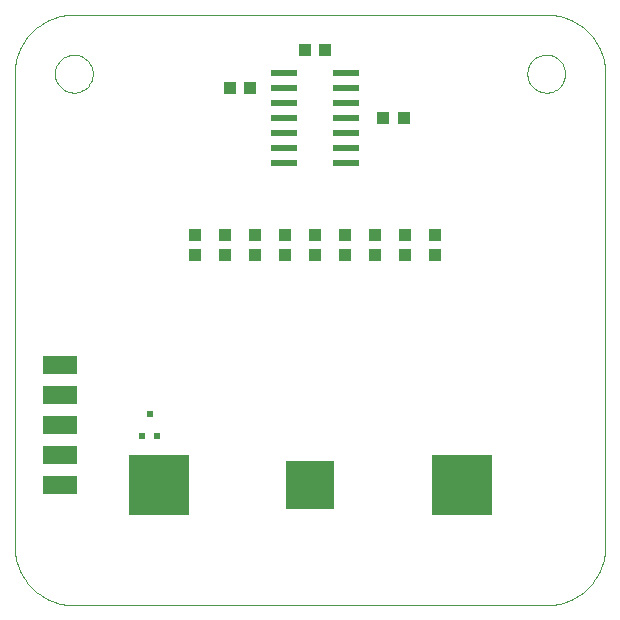
<source format=gbp>
G75*
G70*
%OFA0B0*%
%FSLAX24Y24*%
%IPPOS*%
%LPD*%
%AMOC8*
5,1,8,0,0,1.08239X$1,22.5*
%
%ADD10C,0.0000*%
%ADD11R,0.0433X0.0394*%
%ADD12R,0.1600X0.1600*%
%ADD13R,0.2000X0.2000*%
%ADD14R,0.0870X0.0240*%
%ADD15R,0.0394X0.0433*%
%ADD16R,0.0236X0.0217*%
%ADD17R,0.1181X0.0591*%
D10*
X000655Y002624D02*
X000655Y018372D01*
X001994Y018372D02*
X001996Y018422D01*
X002002Y018472D01*
X002012Y018521D01*
X002026Y018569D01*
X002043Y018616D01*
X002064Y018661D01*
X002089Y018705D01*
X002117Y018746D01*
X002149Y018785D01*
X002183Y018822D01*
X002220Y018856D01*
X002260Y018886D01*
X002302Y018913D01*
X002346Y018937D01*
X002392Y018958D01*
X002439Y018974D01*
X002487Y018987D01*
X002537Y018996D01*
X002586Y019001D01*
X002637Y019002D01*
X002687Y018999D01*
X002736Y018992D01*
X002785Y018981D01*
X002833Y018966D01*
X002879Y018948D01*
X002924Y018926D01*
X002967Y018900D01*
X003008Y018871D01*
X003047Y018839D01*
X003083Y018804D01*
X003115Y018766D01*
X003145Y018726D01*
X003172Y018683D01*
X003195Y018639D01*
X003214Y018593D01*
X003230Y018545D01*
X003242Y018496D01*
X003250Y018447D01*
X003254Y018397D01*
X003254Y018347D01*
X003250Y018297D01*
X003242Y018248D01*
X003230Y018199D01*
X003214Y018151D01*
X003195Y018105D01*
X003172Y018061D01*
X003145Y018018D01*
X003115Y017978D01*
X003083Y017940D01*
X003047Y017905D01*
X003008Y017873D01*
X002967Y017844D01*
X002924Y017818D01*
X002879Y017796D01*
X002833Y017778D01*
X002785Y017763D01*
X002736Y017752D01*
X002687Y017745D01*
X002637Y017742D01*
X002586Y017743D01*
X002537Y017748D01*
X002487Y017757D01*
X002439Y017770D01*
X002392Y017786D01*
X002346Y017807D01*
X002302Y017831D01*
X002260Y017858D01*
X002220Y017888D01*
X002183Y017922D01*
X002149Y017959D01*
X002117Y017998D01*
X002089Y018039D01*
X002064Y018083D01*
X002043Y018128D01*
X002026Y018175D01*
X002012Y018223D01*
X002002Y018272D01*
X001996Y018322D01*
X001994Y018372D01*
X000655Y018372D02*
X000657Y018466D01*
X000664Y018559D01*
X000675Y018652D01*
X000691Y018745D01*
X000711Y018836D01*
X000735Y018927D01*
X000763Y019016D01*
X000796Y019104D01*
X000833Y019190D01*
X000874Y019274D01*
X000919Y019357D01*
X000968Y019437D01*
X001020Y019514D01*
X001076Y019589D01*
X001136Y019661D01*
X001199Y019731D01*
X001265Y019797D01*
X001335Y019860D01*
X001407Y019920D01*
X001482Y019976D01*
X001559Y020028D01*
X001639Y020077D01*
X001722Y020122D01*
X001806Y020163D01*
X001892Y020200D01*
X001980Y020233D01*
X002069Y020261D01*
X002160Y020285D01*
X002251Y020305D01*
X002344Y020321D01*
X002437Y020332D01*
X002530Y020339D01*
X002624Y020341D01*
X002624Y020340D02*
X018372Y020340D01*
X017742Y018372D02*
X017744Y018422D01*
X017750Y018472D01*
X017760Y018521D01*
X017774Y018569D01*
X017791Y018616D01*
X017812Y018661D01*
X017837Y018705D01*
X017865Y018746D01*
X017897Y018785D01*
X017931Y018822D01*
X017968Y018856D01*
X018008Y018886D01*
X018050Y018913D01*
X018094Y018937D01*
X018140Y018958D01*
X018187Y018974D01*
X018235Y018987D01*
X018285Y018996D01*
X018334Y019001D01*
X018385Y019002D01*
X018435Y018999D01*
X018484Y018992D01*
X018533Y018981D01*
X018581Y018966D01*
X018627Y018948D01*
X018672Y018926D01*
X018715Y018900D01*
X018756Y018871D01*
X018795Y018839D01*
X018831Y018804D01*
X018863Y018766D01*
X018893Y018726D01*
X018920Y018683D01*
X018943Y018639D01*
X018962Y018593D01*
X018978Y018545D01*
X018990Y018496D01*
X018998Y018447D01*
X019002Y018397D01*
X019002Y018347D01*
X018998Y018297D01*
X018990Y018248D01*
X018978Y018199D01*
X018962Y018151D01*
X018943Y018105D01*
X018920Y018061D01*
X018893Y018018D01*
X018863Y017978D01*
X018831Y017940D01*
X018795Y017905D01*
X018756Y017873D01*
X018715Y017844D01*
X018672Y017818D01*
X018627Y017796D01*
X018581Y017778D01*
X018533Y017763D01*
X018484Y017752D01*
X018435Y017745D01*
X018385Y017742D01*
X018334Y017743D01*
X018285Y017748D01*
X018235Y017757D01*
X018187Y017770D01*
X018140Y017786D01*
X018094Y017807D01*
X018050Y017831D01*
X018008Y017858D01*
X017968Y017888D01*
X017931Y017922D01*
X017897Y017959D01*
X017865Y017998D01*
X017837Y018039D01*
X017812Y018083D01*
X017791Y018128D01*
X017774Y018175D01*
X017760Y018223D01*
X017750Y018272D01*
X017744Y018322D01*
X017742Y018372D01*
X018372Y020341D02*
X018466Y020339D01*
X018559Y020332D01*
X018652Y020321D01*
X018745Y020305D01*
X018836Y020285D01*
X018927Y020261D01*
X019016Y020233D01*
X019104Y020200D01*
X019190Y020163D01*
X019274Y020122D01*
X019356Y020077D01*
X019437Y020028D01*
X019514Y019976D01*
X019589Y019920D01*
X019661Y019860D01*
X019731Y019797D01*
X019797Y019731D01*
X019860Y019661D01*
X019920Y019589D01*
X019976Y019514D01*
X020028Y019437D01*
X020077Y019356D01*
X020122Y019274D01*
X020163Y019190D01*
X020200Y019104D01*
X020233Y019016D01*
X020261Y018927D01*
X020285Y018836D01*
X020305Y018745D01*
X020321Y018652D01*
X020332Y018559D01*
X020339Y018466D01*
X020341Y018372D01*
X020340Y018372D02*
X020340Y002624D01*
X020341Y002624D02*
X020339Y002530D01*
X020332Y002437D01*
X020321Y002344D01*
X020305Y002251D01*
X020285Y002160D01*
X020261Y002069D01*
X020233Y001980D01*
X020200Y001892D01*
X020163Y001806D01*
X020122Y001722D01*
X020077Y001640D01*
X020028Y001559D01*
X019976Y001482D01*
X019920Y001407D01*
X019860Y001335D01*
X019797Y001265D01*
X019731Y001199D01*
X019661Y001136D01*
X019589Y001076D01*
X019514Y001020D01*
X019437Y000968D01*
X019357Y000919D01*
X019274Y000874D01*
X019190Y000833D01*
X019104Y000796D01*
X019016Y000763D01*
X018927Y000735D01*
X018836Y000711D01*
X018745Y000691D01*
X018652Y000675D01*
X018559Y000664D01*
X018466Y000657D01*
X018372Y000655D01*
X002624Y000655D01*
X002530Y000657D01*
X002437Y000664D01*
X002344Y000675D01*
X002251Y000691D01*
X002160Y000711D01*
X002069Y000735D01*
X001980Y000763D01*
X001892Y000796D01*
X001806Y000833D01*
X001722Y000874D01*
X001639Y000919D01*
X001559Y000968D01*
X001482Y001020D01*
X001407Y001076D01*
X001335Y001136D01*
X001265Y001199D01*
X001199Y001265D01*
X001136Y001335D01*
X001076Y001407D01*
X001020Y001482D01*
X000968Y001559D01*
X000919Y001640D01*
X000874Y001722D01*
X000833Y001806D01*
X000796Y001892D01*
X000763Y001980D01*
X000735Y002069D01*
X000711Y002160D01*
X000691Y002251D01*
X000675Y002344D01*
X000664Y002437D01*
X000657Y002530D01*
X000655Y002624D01*
D11*
X006655Y012320D03*
X006655Y012990D03*
X007655Y012990D03*
X007655Y012320D03*
X008655Y012320D03*
X008655Y012990D03*
X009655Y012990D03*
X009655Y012320D03*
X010655Y012320D03*
X010655Y012990D03*
X011655Y012990D03*
X011655Y012320D03*
X012655Y012320D03*
X012655Y012990D03*
X013655Y012990D03*
X013655Y012320D03*
X014655Y012320D03*
X014655Y012990D03*
X010990Y019155D03*
X010320Y019155D03*
D12*
X010498Y004655D03*
D13*
X015548Y004655D03*
X005448Y004655D03*
D14*
X009625Y015405D03*
X009625Y015905D03*
X009625Y016405D03*
X009625Y016905D03*
X009625Y017405D03*
X009625Y017905D03*
X009625Y018405D03*
X011685Y018405D03*
X011685Y017905D03*
X011685Y017405D03*
X011685Y016905D03*
X011685Y016405D03*
X011685Y015905D03*
X011685Y015405D03*
D15*
X012945Y016905D03*
X013615Y016905D03*
X008490Y017905D03*
X007820Y017905D03*
D16*
X005155Y007019D03*
X004899Y006291D03*
X005411Y006291D03*
D17*
X002155Y006655D03*
X002155Y005655D03*
X002155Y004655D03*
X002155Y007655D03*
X002155Y008655D03*
M02*

</source>
